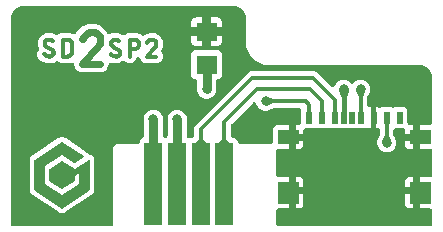
<source format=gbr>
G04 EAGLE Gerber RS-274X export*
G75*
%MOMM*%
%FSLAX34Y34*%
%LPD*%
%INTop Copper*%
%IPPOS*%
%AMOC8*
5,1,8,0,0,1.08239X$1,22.5*%
G01*
%ADD10C,0.355600*%
%ADD11C,0.558800*%
%ADD12R,0.500000X1.000000*%
%ADD13R,1.050000X1.200000*%
%ADD14R,1.500000X7.000000*%
%ADD15R,1.800000X1.600000*%
%ADD16C,0.800000*%
%ADD17C,0.800000*%
%ADD18C,0.304800*%
%ADD19C,0.406400*%
%ADD20C,0.609600*%

G36*
X89030Y4004D02*
X89030Y4004D01*
X89060Y4002D01*
X89229Y4024D01*
X89397Y4041D01*
X89426Y4050D01*
X89456Y4054D01*
X89617Y4109D01*
X89779Y4159D01*
X89806Y4173D01*
X89834Y4183D01*
X89980Y4269D01*
X90129Y4350D01*
X90153Y4370D01*
X90179Y4385D01*
X90305Y4498D01*
X90435Y4608D01*
X90454Y4631D01*
X90476Y4652D01*
X90577Y4788D01*
X90683Y4921D01*
X90697Y4948D01*
X90715Y4972D01*
X90787Y5125D01*
X90864Y5277D01*
X90872Y5306D01*
X90885Y5333D01*
X90925Y5499D01*
X90970Y5662D01*
X90973Y5692D01*
X90980Y5721D01*
X90999Y6000D01*
X90999Y71657D01*
X93343Y74001D01*
X111500Y74001D01*
X111530Y74004D01*
X111560Y74002D01*
X111729Y74024D01*
X111897Y74041D01*
X111926Y74050D01*
X111956Y74054D01*
X112117Y74109D01*
X112279Y74159D01*
X112306Y74173D01*
X112334Y74183D01*
X112480Y74269D01*
X112629Y74350D01*
X112653Y74370D01*
X112679Y74385D01*
X112805Y74498D01*
X112935Y74608D01*
X112954Y74631D01*
X112976Y74652D01*
X113077Y74788D01*
X113183Y74921D01*
X113197Y74948D01*
X113215Y74972D01*
X113287Y75125D01*
X113364Y75277D01*
X113372Y75306D01*
X113385Y75333D01*
X113425Y75499D01*
X113470Y75662D01*
X113473Y75692D01*
X113480Y75721D01*
X113499Y76000D01*
X113499Y76657D01*
X116414Y79572D01*
X116442Y79607D01*
X116476Y79637D01*
X116568Y79761D01*
X116667Y79881D01*
X116688Y79921D01*
X116715Y79957D01*
X116781Y80097D01*
X116853Y80234D01*
X116866Y80278D01*
X116885Y80319D01*
X116922Y80469D01*
X116965Y80617D01*
X116969Y80663D01*
X116980Y80707D01*
X116999Y80985D01*
X116999Y96591D01*
X118217Y99532D01*
X120468Y101783D01*
X123409Y103001D01*
X126591Y103001D01*
X129532Y101783D01*
X131783Y99532D01*
X133001Y96591D01*
X133001Y80985D01*
X133005Y80940D01*
X133003Y80895D01*
X133025Y80742D01*
X133041Y80588D01*
X133054Y80545D01*
X133061Y80500D01*
X133113Y80354D01*
X133159Y80206D01*
X133180Y80166D01*
X133196Y80124D01*
X133276Y79992D01*
X133350Y79856D01*
X133380Y79821D01*
X133403Y79782D01*
X133586Y79572D01*
X133598Y79562D01*
X133608Y79550D01*
X133752Y79436D01*
X133896Y79319D01*
X133909Y79312D01*
X133921Y79302D01*
X134086Y79218D01*
X134249Y79132D01*
X134263Y79128D01*
X134277Y79121D01*
X134455Y79072D01*
X134632Y79020D01*
X134647Y79019D01*
X134662Y79015D01*
X134845Y79002D01*
X135030Y78986D01*
X135045Y78988D01*
X135060Y78987D01*
X135244Y79011D01*
X135427Y79032D01*
X135441Y79037D01*
X135456Y79039D01*
X135631Y79099D01*
X135807Y79156D01*
X135820Y79163D01*
X135834Y79168D01*
X135994Y79262D01*
X136154Y79353D01*
X136166Y79363D01*
X136179Y79370D01*
X136316Y79494D01*
X136456Y79615D01*
X136465Y79627D01*
X136476Y79637D01*
X136586Y79785D01*
X136699Y79932D01*
X136706Y79945D01*
X136715Y79957D01*
X136793Y80124D01*
X136875Y80290D01*
X136878Y80305D01*
X136885Y80319D01*
X136929Y80499D01*
X136975Y80677D01*
X136976Y80692D01*
X136980Y80707D01*
X136999Y80985D01*
X136999Y96591D01*
X138217Y99532D01*
X140468Y101783D01*
X143409Y103001D01*
X146591Y103001D01*
X149532Y101783D01*
X151783Y99532D01*
X153001Y96591D01*
X153001Y80985D01*
X153002Y80970D01*
X153001Y80955D01*
X153022Y80771D01*
X153041Y80588D01*
X153045Y80573D01*
X153047Y80558D01*
X153104Y80383D01*
X153159Y80206D01*
X153166Y80193D01*
X153171Y80179D01*
X153261Y80019D01*
X153350Y79856D01*
X153360Y79844D01*
X153368Y79831D01*
X153489Y79692D01*
X153608Y79550D01*
X153620Y79541D01*
X153630Y79530D01*
X153776Y79417D01*
X153921Y79302D01*
X153934Y79295D01*
X153946Y79286D01*
X154112Y79205D01*
X154277Y79121D01*
X154291Y79117D01*
X154305Y79111D01*
X154484Y79064D01*
X154662Y79015D01*
X154677Y79014D01*
X154692Y79010D01*
X154875Y79000D01*
X155060Y78987D01*
X155075Y78989D01*
X155090Y78988D01*
X155177Y79001D01*
X157476Y79001D01*
X157506Y79004D01*
X157536Y79002D01*
X157705Y79024D01*
X157873Y79041D01*
X157902Y79050D01*
X157932Y79054D01*
X158093Y79109D01*
X158255Y79159D01*
X158282Y79173D01*
X158310Y79183D01*
X158456Y79269D01*
X158605Y79350D01*
X158629Y79370D01*
X158655Y79385D01*
X158781Y79498D01*
X158911Y79608D01*
X158930Y79631D01*
X158952Y79652D01*
X159053Y79788D01*
X159159Y79921D01*
X159173Y79948D01*
X159191Y79972D01*
X159263Y80125D01*
X159340Y80277D01*
X159348Y80306D01*
X159361Y80333D01*
X159401Y80499D01*
X159446Y80662D01*
X159449Y80692D01*
X159456Y80721D01*
X159475Y81000D01*
X159475Y87349D01*
X160316Y89380D01*
X203785Y132848D01*
X205620Y134684D01*
X207651Y135525D01*
X261099Y135525D01*
X263130Y134684D01*
X275363Y122450D01*
X275380Y122436D01*
X275395Y122419D01*
X275535Y122309D01*
X275672Y122197D01*
X275692Y122187D01*
X275710Y122173D01*
X275869Y122094D01*
X276025Y122011D01*
X276047Y122005D01*
X276068Y121995D01*
X276239Y121949D01*
X276409Y121899D01*
X276431Y121897D01*
X276453Y121891D01*
X276630Y121880D01*
X276807Y121865D01*
X276829Y121867D01*
X276852Y121866D01*
X277028Y121890D01*
X277204Y121911D01*
X277225Y121918D01*
X277248Y121921D01*
X277415Y121980D01*
X277583Y122035D01*
X277603Y122046D01*
X277624Y122053D01*
X277777Y122144D01*
X277931Y122232D01*
X277948Y122246D01*
X277967Y122258D01*
X278098Y122377D01*
X278232Y122494D01*
X278246Y122512D01*
X278263Y122527D01*
X278367Y122669D01*
X278476Y122810D01*
X278486Y122831D01*
X278499Y122849D01*
X278624Y123099D01*
X279217Y124532D01*
X281468Y126783D01*
X284409Y128001D01*
X287591Y128001D01*
X290532Y126783D01*
X291836Y125478D01*
X291860Y125459D01*
X291880Y125436D01*
X292014Y125333D01*
X292146Y125226D01*
X292172Y125211D01*
X292196Y125193D01*
X292349Y125119D01*
X292499Y125039D01*
X292528Y125031D01*
X292555Y125018D01*
X292719Y124975D01*
X292882Y124927D01*
X292912Y124924D01*
X292942Y124917D01*
X293110Y124908D01*
X293280Y124893D01*
X293310Y124897D01*
X293340Y124895D01*
X293508Y124919D01*
X293677Y124939D01*
X293706Y124948D01*
X293736Y124953D01*
X293895Y125010D01*
X294057Y125063D01*
X294083Y125078D01*
X294112Y125088D01*
X294256Y125176D01*
X294404Y125260D01*
X294427Y125280D01*
X294453Y125295D01*
X294664Y125478D01*
X295968Y126783D01*
X298909Y128001D01*
X302091Y128001D01*
X305032Y126783D01*
X307283Y124532D01*
X308501Y121591D01*
X308501Y118409D01*
X308383Y118125D01*
X308378Y118106D01*
X308368Y118088D01*
X308320Y117915D01*
X308282Y117790D01*
X307957Y117071D01*
X307855Y116846D01*
X307847Y116822D01*
X307829Y116786D01*
X307252Y115395D01*
X307191Y115320D01*
X307182Y115302D01*
X307170Y115286D01*
X307037Y115041D01*
X306203Y113200D01*
X306176Y113119D01*
X306139Y113042D01*
X306112Y112930D01*
X306075Y112822D01*
X306065Y112737D01*
X306044Y112654D01*
X306032Y112477D01*
X306025Y112425D01*
X306027Y112405D01*
X306025Y112375D01*
X306025Y107023D01*
X306027Y106997D01*
X306025Y106971D01*
X306047Y106798D01*
X306065Y106626D01*
X306072Y106601D01*
X306076Y106574D01*
X306131Y106410D01*
X306183Y106244D01*
X306195Y106221D01*
X306204Y106196D01*
X306291Y106047D01*
X306374Y105894D01*
X306391Y105874D01*
X306405Y105851D01*
X306520Y105721D01*
X306632Y105589D01*
X306653Y105572D01*
X306670Y105552D01*
X306809Y105448D01*
X306945Y105340D01*
X306968Y105328D01*
X306990Y105313D01*
X307146Y105238D01*
X307301Y105159D01*
X307326Y105152D01*
X307350Y105141D01*
X307519Y105099D01*
X307686Y105053D01*
X307712Y105051D01*
X307738Y105045D01*
X307912Y105037D01*
X308084Y105025D01*
X308111Y105028D01*
X308137Y105027D01*
X308414Y105063D01*
X308606Y105101D01*
X309501Y105101D01*
X309501Y96100D01*
X309501Y87099D01*
X308606Y87099D01*
X307833Y87253D01*
X306930Y87627D01*
X306894Y87638D01*
X306860Y87655D01*
X306703Y87695D01*
X306548Y87742D01*
X306510Y87746D01*
X306474Y87755D01*
X306312Y87764D01*
X306150Y87779D01*
X306112Y87775D01*
X306075Y87777D01*
X305914Y87754D01*
X305753Y87736D01*
X305717Y87725D01*
X305679Y87719D01*
X305527Y87664D01*
X305372Y87615D01*
X305339Y87597D01*
X305304Y87584D01*
X305165Y87500D01*
X305023Y87421D01*
X304994Y87396D01*
X304962Y87377D01*
X304751Y87194D01*
X304657Y87099D01*
X274333Y87099D01*
X274236Y87174D01*
X274104Y87281D01*
X274078Y87295D01*
X274054Y87314D01*
X273901Y87389D01*
X273751Y87468D01*
X273722Y87476D01*
X273695Y87489D01*
X273530Y87532D01*
X273368Y87580D01*
X273338Y87582D01*
X273308Y87590D01*
X273139Y87599D01*
X272970Y87614D01*
X272940Y87610D01*
X272909Y87612D01*
X272742Y87587D01*
X272573Y87568D01*
X272544Y87558D01*
X272514Y87554D01*
X272355Y87497D01*
X272193Y87444D01*
X272167Y87429D01*
X272138Y87419D01*
X271993Y87331D01*
X271846Y87247D01*
X271823Y87227D01*
X271797Y87212D01*
X271668Y87099D01*
X263333Y87099D01*
X263236Y87174D01*
X263104Y87281D01*
X263078Y87295D01*
X263054Y87314D01*
X262901Y87389D01*
X262751Y87468D01*
X262722Y87476D01*
X262695Y87489D01*
X262530Y87532D01*
X262368Y87580D01*
X262338Y87582D01*
X262308Y87590D01*
X262139Y87599D01*
X261970Y87614D01*
X261940Y87610D01*
X261909Y87612D01*
X261742Y87587D01*
X261573Y87568D01*
X261544Y87558D01*
X261514Y87554D01*
X261355Y87497D01*
X261193Y87444D01*
X261167Y87429D01*
X261138Y87419D01*
X260993Y87331D01*
X260846Y87247D01*
X260823Y87227D01*
X260797Y87212D01*
X260668Y87099D01*
X254000Y87099D01*
X253970Y87096D01*
X253940Y87098D01*
X253771Y87076D01*
X253603Y87059D01*
X253574Y87050D01*
X253544Y87046D01*
X253383Y86991D01*
X253221Y86941D01*
X253194Y86927D01*
X253166Y86917D01*
X253020Y86831D01*
X252871Y86750D01*
X252847Y86730D01*
X252821Y86715D01*
X252695Y86602D01*
X252565Y86492D01*
X252546Y86469D01*
X252524Y86448D01*
X252423Y86312D01*
X252317Y86179D01*
X252303Y86152D01*
X252285Y86128D01*
X252213Y85975D01*
X252136Y85823D01*
X252128Y85794D01*
X252115Y85767D01*
X252075Y85601D01*
X252030Y85438D01*
X252027Y85408D01*
X252020Y85379D01*
X252001Y85100D01*
X252001Y72343D01*
X249657Y69999D01*
X231000Y69999D01*
X230970Y69996D01*
X230940Y69998D01*
X230771Y69976D01*
X230603Y69959D01*
X230574Y69950D01*
X230544Y69946D01*
X230383Y69891D01*
X230221Y69841D01*
X230194Y69827D01*
X230166Y69817D01*
X230020Y69731D01*
X229871Y69650D01*
X229847Y69630D01*
X229821Y69615D01*
X229695Y69502D01*
X229565Y69392D01*
X229546Y69369D01*
X229524Y69348D01*
X229423Y69212D01*
X229317Y69079D01*
X229303Y69052D01*
X229285Y69028D01*
X229213Y68875D01*
X229136Y68723D01*
X229128Y68694D01*
X229115Y68667D01*
X229075Y68501D01*
X229030Y68338D01*
X229027Y68308D01*
X229020Y68279D01*
X229001Y68000D01*
X229001Y47500D01*
X229004Y47470D01*
X229002Y47440D01*
X229024Y47271D01*
X229041Y47103D01*
X229050Y47074D01*
X229054Y47044D01*
X229109Y46883D01*
X229159Y46721D01*
X229173Y46694D01*
X229183Y46666D01*
X229269Y46520D01*
X229350Y46371D01*
X229370Y46347D01*
X229385Y46321D01*
X229498Y46195D01*
X229608Y46065D01*
X229631Y46046D01*
X229652Y46024D01*
X229788Y45923D01*
X229921Y45817D01*
X229948Y45803D01*
X229972Y45785D01*
X230125Y45713D01*
X230277Y45636D01*
X230306Y45628D01*
X230333Y45615D01*
X230499Y45575D01*
X230662Y45530D01*
X230692Y45527D01*
X230721Y45520D01*
X231000Y45501D01*
X249657Y45501D01*
X252001Y43157D01*
X252001Y21593D01*
X249657Y19249D01*
X231000Y19249D01*
X230970Y19246D01*
X230940Y19248D01*
X230771Y19226D01*
X230603Y19209D01*
X230574Y19200D01*
X230544Y19196D01*
X230383Y19141D01*
X230221Y19091D01*
X230194Y19077D01*
X230166Y19067D01*
X230020Y18981D01*
X229871Y18900D01*
X229847Y18880D01*
X229821Y18865D01*
X229695Y18752D01*
X229565Y18642D01*
X229546Y18619D01*
X229524Y18598D01*
X229423Y18462D01*
X229317Y18329D01*
X229303Y18302D01*
X229285Y18278D01*
X229213Y18125D01*
X229136Y17973D01*
X229128Y17944D01*
X229115Y17917D01*
X229075Y17751D01*
X229030Y17588D01*
X229027Y17558D01*
X229020Y17529D01*
X229001Y17250D01*
X229001Y6000D01*
X229004Y5970D01*
X229002Y5940D01*
X229024Y5771D01*
X229041Y5603D01*
X229050Y5574D01*
X229054Y5544D01*
X229109Y5383D01*
X229159Y5221D01*
X229173Y5194D01*
X229183Y5166D01*
X229269Y5020D01*
X229350Y4871D01*
X229370Y4847D01*
X229385Y4821D01*
X229498Y4695D01*
X229608Y4565D01*
X229631Y4546D01*
X229652Y4524D01*
X229788Y4423D01*
X229921Y4317D01*
X229948Y4303D01*
X229972Y4285D01*
X230125Y4213D01*
X230277Y4136D01*
X230306Y4128D01*
X230333Y4115D01*
X230499Y4075D01*
X230662Y4030D01*
X230692Y4027D01*
X230721Y4020D01*
X231000Y4001D01*
X359000Y4001D01*
X359030Y4004D01*
X359060Y4002D01*
X359229Y4024D01*
X359397Y4041D01*
X359426Y4050D01*
X359456Y4054D01*
X359617Y4109D01*
X359779Y4159D01*
X359806Y4173D01*
X359834Y4183D01*
X359980Y4269D01*
X360129Y4350D01*
X360153Y4370D01*
X360179Y4385D01*
X360305Y4498D01*
X360435Y4608D01*
X360454Y4631D01*
X360476Y4652D01*
X360577Y4788D01*
X360683Y4921D01*
X360697Y4948D01*
X360715Y4972D01*
X360787Y5125D01*
X360864Y5277D01*
X360872Y5306D01*
X360885Y5333D01*
X360925Y5499D01*
X360970Y5662D01*
X360973Y5692D01*
X360980Y5721D01*
X360999Y6000D01*
X360999Y17250D01*
X360996Y17280D01*
X360998Y17310D01*
X360976Y17479D01*
X360959Y17647D01*
X360950Y17676D01*
X360946Y17706D01*
X360891Y17867D01*
X360841Y18029D01*
X360827Y18056D01*
X360817Y18084D01*
X360731Y18230D01*
X360650Y18379D01*
X360630Y18403D01*
X360615Y18429D01*
X360502Y18555D01*
X360392Y18685D01*
X360369Y18704D01*
X360348Y18726D01*
X360212Y18827D01*
X360079Y18933D01*
X360052Y18947D01*
X360028Y18965D01*
X359875Y19037D01*
X359723Y19114D01*
X359694Y19122D01*
X359667Y19135D01*
X359501Y19175D01*
X359338Y19220D01*
X359308Y19223D01*
X359279Y19230D01*
X359000Y19249D01*
X340343Y19249D01*
X337999Y21593D01*
X337999Y43157D01*
X340343Y45501D01*
X359000Y45501D01*
X359030Y45504D01*
X359060Y45502D01*
X359229Y45524D01*
X359397Y45541D01*
X359426Y45550D01*
X359456Y45554D01*
X359617Y45609D01*
X359779Y45659D01*
X359806Y45673D01*
X359834Y45683D01*
X359980Y45769D01*
X360129Y45850D01*
X360153Y45870D01*
X360179Y45885D01*
X360305Y45998D01*
X360435Y46108D01*
X360454Y46131D01*
X360476Y46152D01*
X360577Y46288D01*
X360683Y46421D01*
X360697Y46448D01*
X360715Y46472D01*
X360787Y46625D01*
X360864Y46777D01*
X360872Y46806D01*
X360885Y46833D01*
X360925Y46999D01*
X360970Y47162D01*
X360973Y47192D01*
X360980Y47221D01*
X360999Y47500D01*
X360999Y68000D01*
X360997Y68021D01*
X360998Y68037D01*
X360997Y68045D01*
X360998Y68060D01*
X360976Y68229D01*
X360959Y68397D01*
X360950Y68426D01*
X360946Y68456D01*
X360891Y68617D01*
X360841Y68779D01*
X360827Y68806D01*
X360817Y68834D01*
X360731Y68980D01*
X360650Y69129D01*
X360630Y69153D01*
X360615Y69179D01*
X360502Y69305D01*
X360392Y69435D01*
X360369Y69454D01*
X360348Y69476D01*
X360212Y69577D01*
X360079Y69683D01*
X360052Y69697D01*
X360028Y69715D01*
X359875Y69787D01*
X359723Y69864D01*
X359694Y69872D01*
X359667Y69885D01*
X359501Y69925D01*
X359338Y69970D01*
X359308Y69973D01*
X359279Y69980D01*
X359000Y69999D01*
X340343Y69999D01*
X337999Y72343D01*
X337999Y85100D01*
X337996Y85130D01*
X337998Y85160D01*
X337976Y85329D01*
X337959Y85497D01*
X337950Y85526D01*
X337946Y85556D01*
X337891Y85717D01*
X337841Y85879D01*
X337827Y85906D01*
X337817Y85934D01*
X337731Y86080D01*
X337650Y86229D01*
X337630Y86253D01*
X337615Y86279D01*
X337502Y86405D01*
X337392Y86535D01*
X337369Y86554D01*
X337348Y86576D01*
X337212Y86677D01*
X337079Y86783D01*
X337052Y86797D01*
X337028Y86815D01*
X336875Y86887D01*
X336723Y86964D01*
X336694Y86972D01*
X336667Y86985D01*
X336501Y87025D01*
X336338Y87070D01*
X336308Y87073D01*
X336279Y87080D01*
X336000Y87099D01*
X330024Y87099D01*
X329994Y87096D01*
X329964Y87098D01*
X329795Y87076D01*
X329627Y87059D01*
X329598Y87050D01*
X329568Y87046D01*
X329407Y86991D01*
X329245Y86941D01*
X329218Y86927D01*
X329190Y86917D01*
X329044Y86831D01*
X328895Y86750D01*
X328871Y86730D01*
X328845Y86715D01*
X328719Y86602D01*
X328589Y86492D01*
X328570Y86469D01*
X328548Y86448D01*
X328447Y86312D01*
X328341Y86179D01*
X328327Y86152D01*
X328309Y86128D01*
X328237Y85975D01*
X328160Y85823D01*
X328152Y85794D01*
X328139Y85767D01*
X328099Y85601D01*
X328054Y85438D01*
X328051Y85408D01*
X328044Y85379D01*
X328025Y85100D01*
X328025Y82625D01*
X328033Y82540D01*
X328032Y82454D01*
X328053Y82342D01*
X328065Y82227D01*
X328090Y82146D01*
X328106Y82062D01*
X328167Y81896D01*
X328183Y81846D01*
X328192Y81828D01*
X328203Y81800D01*
X329037Y79959D01*
X329047Y79942D01*
X329054Y79923D01*
X329147Y79770D01*
X329237Y79614D01*
X329251Y79598D01*
X329261Y79581D01*
X329264Y79578D01*
X329829Y78213D01*
X329841Y78191D01*
X329855Y78153D01*
X330280Y77214D01*
X330285Y77179D01*
X330292Y77159D01*
X330295Y77139D01*
X330383Y76875D01*
X330501Y76591D01*
X330501Y73409D01*
X329283Y70468D01*
X327032Y68217D01*
X324091Y66999D01*
X320909Y66999D01*
X317968Y68217D01*
X315717Y70468D01*
X314499Y73409D01*
X314499Y76591D01*
X314617Y76875D01*
X314622Y76894D01*
X314632Y76912D01*
X314680Y77085D01*
X314718Y77210D01*
X315145Y78154D01*
X315153Y78178D01*
X315171Y78214D01*
X315748Y79605D01*
X315808Y79680D01*
X315818Y79698D01*
X315830Y79714D01*
X315963Y79959D01*
X316797Y81800D01*
X316824Y81881D01*
X316861Y81958D01*
X316888Y82070D01*
X316925Y82178D01*
X316935Y82263D01*
X316956Y82346D01*
X316968Y82523D01*
X316975Y82575D01*
X316973Y82595D01*
X316975Y82625D01*
X316975Y85177D01*
X316973Y85203D01*
X316975Y85229D01*
X316953Y85402D01*
X316935Y85574D01*
X316928Y85599D01*
X316924Y85626D01*
X316869Y85790D01*
X316817Y85956D01*
X316805Y85979D01*
X316796Y86004D01*
X316709Y86153D01*
X316626Y86306D01*
X316609Y86326D01*
X316595Y86349D01*
X316480Y86479D01*
X316368Y86611D01*
X316347Y86628D01*
X316330Y86648D01*
X316191Y86752D01*
X316055Y86860D01*
X316032Y86872D01*
X316010Y86887D01*
X315854Y86962D01*
X315699Y87041D01*
X315674Y87048D01*
X315650Y87059D01*
X315481Y87101D01*
X315314Y87147D01*
X315288Y87149D01*
X315262Y87155D01*
X315088Y87163D01*
X314916Y87175D01*
X314889Y87172D01*
X314863Y87173D01*
X314586Y87137D01*
X314394Y87099D01*
X313499Y87099D01*
X313499Y96100D01*
X313499Y105101D01*
X314394Y105101D01*
X315167Y104947D01*
X316070Y104573D01*
X316106Y104562D01*
X316140Y104545D01*
X316297Y104505D01*
X316452Y104458D01*
X316490Y104454D01*
X316526Y104445D01*
X316688Y104436D01*
X316850Y104421D01*
X316888Y104425D01*
X316925Y104423D01*
X317086Y104446D01*
X317247Y104464D01*
X317283Y104475D01*
X317321Y104481D01*
X317473Y104536D01*
X317628Y104585D01*
X317661Y104603D01*
X317696Y104616D01*
X317835Y104700D01*
X317977Y104779D01*
X318006Y104804D01*
X318038Y104823D01*
X318249Y105006D01*
X318343Y105101D01*
X326667Y105101D01*
X326764Y105026D01*
X326895Y104919D01*
X326922Y104905D01*
X326946Y104886D01*
X327099Y104812D01*
X327249Y104733D01*
X327278Y104724D01*
X327305Y104711D01*
X327469Y104668D01*
X327632Y104620D01*
X327662Y104618D01*
X327692Y104610D01*
X327860Y104601D01*
X328030Y104586D01*
X328060Y104590D01*
X328090Y104588D01*
X328258Y104613D01*
X328427Y104632D01*
X328456Y104642D01*
X328486Y104646D01*
X328645Y104703D01*
X328807Y104756D01*
X328833Y104771D01*
X328861Y104781D01*
X329007Y104869D01*
X329154Y104953D01*
X329177Y104973D01*
X329203Y104988D01*
X329332Y105101D01*
X337657Y105101D01*
X340001Y102757D01*
X340001Y92000D01*
X340004Y91970D01*
X340002Y91940D01*
X340024Y91771D01*
X340041Y91603D01*
X340050Y91574D01*
X340054Y91544D01*
X340109Y91383D01*
X340159Y91221D01*
X340173Y91194D01*
X340183Y91166D01*
X340269Y91020D01*
X340350Y90871D01*
X340370Y90847D01*
X340385Y90821D01*
X340498Y90695D01*
X340608Y90565D01*
X340631Y90546D01*
X340652Y90524D01*
X340788Y90423D01*
X340921Y90317D01*
X340948Y90303D01*
X340972Y90285D01*
X341125Y90213D01*
X341277Y90136D01*
X341306Y90128D01*
X341333Y90115D01*
X341499Y90075D01*
X341662Y90030D01*
X341692Y90027D01*
X341721Y90020D01*
X342000Y90001D01*
X359000Y90001D01*
X359030Y90004D01*
X359060Y90002D01*
X359229Y90024D01*
X359397Y90041D01*
X359426Y90050D01*
X359456Y90054D01*
X359617Y90109D01*
X359779Y90159D01*
X359806Y90173D01*
X359834Y90183D01*
X359980Y90269D01*
X360129Y90350D01*
X360153Y90370D01*
X360179Y90385D01*
X360305Y90498D01*
X360435Y90608D01*
X360454Y90631D01*
X360476Y90652D01*
X360577Y90788D01*
X360683Y90921D01*
X360697Y90948D01*
X360715Y90972D01*
X360787Y91125D01*
X360864Y91277D01*
X360872Y91306D01*
X360885Y91333D01*
X360925Y91499D01*
X360970Y91662D01*
X360973Y91692D01*
X360980Y91721D01*
X360999Y92000D01*
X360999Y130000D01*
X360998Y130011D01*
X360998Y130014D01*
X360996Y130029D01*
X360994Y130057D01*
X360990Y130196D01*
X360817Y131952D01*
X360786Y132103D01*
X360763Y132256D01*
X360745Y132310D01*
X360738Y132343D01*
X360716Y132396D01*
X360674Y132521D01*
X359330Y135765D01*
X359305Y135812D01*
X359287Y135862D01*
X359211Y135988D01*
X359141Y136117D01*
X359108Y136158D01*
X359080Y136203D01*
X358897Y136414D01*
X356414Y138897D01*
X356373Y138930D01*
X356337Y138970D01*
X356219Y139057D01*
X356105Y139150D01*
X356058Y139174D01*
X356015Y139206D01*
X355765Y139330D01*
X352521Y140674D01*
X352373Y140719D01*
X352227Y140770D01*
X352171Y140779D01*
X352138Y140789D01*
X352082Y140795D01*
X351952Y140817D01*
X350196Y140990D01*
X350139Y140990D01*
X350000Y140999D01*
X218721Y140999D01*
X211737Y143892D01*
X206392Y149237D01*
X203499Y156221D01*
X203499Y180000D01*
X203494Y180057D01*
X203490Y180196D01*
X203317Y181952D01*
X203286Y182103D01*
X203263Y182256D01*
X203245Y182310D01*
X203238Y182343D01*
X203216Y182396D01*
X203174Y182521D01*
X201830Y185765D01*
X201805Y185812D01*
X201787Y185862D01*
X201711Y185988D01*
X201641Y186117D01*
X201608Y186158D01*
X201580Y186203D01*
X201397Y186414D01*
X198914Y188897D01*
X198873Y188930D01*
X198837Y188970D01*
X198719Y189057D01*
X198605Y189150D01*
X198558Y189174D01*
X198515Y189206D01*
X198265Y189330D01*
X195021Y190674D01*
X194873Y190719D01*
X194727Y190770D01*
X194671Y190779D01*
X194638Y190789D01*
X194582Y190795D01*
X194452Y190817D01*
X192696Y190990D01*
X192639Y190990D01*
X192500Y190999D01*
X15000Y190999D01*
X14943Y190994D01*
X14804Y190990D01*
X13048Y190817D01*
X12897Y190786D01*
X12744Y190763D01*
X12690Y190745D01*
X12657Y190738D01*
X12604Y190716D01*
X12479Y190674D01*
X9235Y189330D01*
X9188Y189305D01*
X9138Y189287D01*
X9012Y189211D01*
X8883Y189141D01*
X8842Y189108D01*
X8797Y189080D01*
X8586Y188897D01*
X6103Y186414D01*
X6070Y186373D01*
X6030Y186337D01*
X5943Y186219D01*
X5850Y186105D01*
X5826Y186058D01*
X5794Y186015D01*
X5670Y185765D01*
X4326Y182521D01*
X4281Y182373D01*
X4230Y182227D01*
X4221Y182171D01*
X4211Y182138D01*
X4205Y182082D01*
X4183Y181952D01*
X4010Y180196D01*
X4010Y180139D01*
X4001Y180000D01*
X4001Y6000D01*
X4004Y5970D01*
X4002Y5940D01*
X4024Y5771D01*
X4041Y5603D01*
X4050Y5574D01*
X4054Y5544D01*
X4109Y5383D01*
X4159Y5221D01*
X4173Y5194D01*
X4183Y5166D01*
X4269Y5020D01*
X4350Y4871D01*
X4370Y4847D01*
X4385Y4821D01*
X4498Y4695D01*
X4608Y4565D01*
X4631Y4546D01*
X4652Y4524D01*
X4788Y4423D01*
X4921Y4317D01*
X4948Y4303D01*
X4972Y4285D01*
X5125Y4213D01*
X5277Y4136D01*
X5306Y4128D01*
X5333Y4115D01*
X5499Y4075D01*
X5662Y4030D01*
X5692Y4027D01*
X5721Y4020D01*
X6000Y4001D01*
X89000Y4001D01*
X89030Y4004D01*
G37*
%LPC*%
G36*
X63949Y134439D02*
X63949Y134439D01*
X63782Y134480D01*
X63748Y134482D01*
X63726Y134487D01*
X63673Y134487D01*
X63540Y134497D01*
X62614Y134880D01*
X62563Y134896D01*
X62462Y134936D01*
X61505Y135245D01*
X61397Y135319D01*
X61258Y135421D01*
X61228Y135436D01*
X61210Y135449D01*
X61160Y135470D01*
X61041Y135529D01*
X60333Y136238D01*
X60291Y136271D01*
X60214Y136347D01*
X59447Y136999D01*
X59376Y137110D01*
X59287Y137256D01*
X59264Y137282D01*
X59252Y137300D01*
X59215Y137339D01*
X59128Y137439D01*
X58744Y138365D01*
X58719Y138412D01*
X58677Y138511D01*
X58217Y139407D01*
X58194Y139536D01*
X58168Y139706D01*
X58157Y139738D01*
X58153Y139760D01*
X58133Y139810D01*
X58091Y139936D01*
X58091Y140586D01*
X58076Y140739D01*
X58067Y140892D01*
X58056Y140937D01*
X58051Y140983D01*
X58006Y141130D01*
X57967Y141278D01*
X57947Y141320D01*
X57933Y141365D01*
X57859Y141500D01*
X57792Y141637D01*
X57764Y141674D01*
X57741Y141715D01*
X57643Y141832D01*
X57549Y141954D01*
X57514Y141985D01*
X57484Y142021D01*
X57364Y142116D01*
X57248Y142217D01*
X57207Y142240D01*
X57171Y142269D01*
X57034Y142338D01*
X56901Y142414D01*
X56856Y142429D01*
X56815Y142450D01*
X56667Y142491D01*
X56521Y142539D01*
X56475Y142544D01*
X56430Y142556D01*
X56277Y142567D01*
X56124Y142585D01*
X56078Y142581D01*
X56031Y142584D01*
X55879Y142564D01*
X55726Y142552D01*
X55682Y142539D01*
X55635Y142532D01*
X55490Y142483D01*
X55343Y142440D01*
X55291Y142414D01*
X55257Y142403D01*
X55209Y142374D01*
X55092Y142317D01*
X54731Y142109D01*
X52546Y142109D01*
X47024Y142109D01*
X44900Y142989D01*
X44631Y143258D01*
X44501Y143364D01*
X44374Y143475D01*
X44347Y143490D01*
X44322Y143510D01*
X44173Y143589D01*
X44027Y143672D01*
X43997Y143682D01*
X43969Y143697D01*
X43807Y143744D01*
X43647Y143796D01*
X43616Y143800D01*
X43585Y143809D01*
X43417Y143823D01*
X43250Y143843D01*
X43219Y143840D01*
X43188Y143843D01*
X43020Y143824D01*
X42852Y143810D01*
X42822Y143801D01*
X42791Y143797D01*
X42630Y143745D01*
X42469Y143698D01*
X42434Y143681D01*
X42411Y143673D01*
X42363Y143646D01*
X42218Y143575D01*
X39679Y142109D01*
X35737Y142109D01*
X35736Y142109D01*
X34792Y142109D01*
X30193Y144026D01*
X28439Y145794D01*
X27629Y146611D01*
X26758Y148738D01*
X26768Y151037D01*
X27682Y153219D01*
X27710Y153250D01*
X27726Y153278D01*
X27746Y153302D01*
X27825Y153451D01*
X27909Y153597D01*
X27919Y153627D01*
X27934Y153655D01*
X27982Y153816D01*
X28035Y153976D01*
X28039Y154007D01*
X28048Y154038D01*
X28063Y154205D01*
X28083Y154372D01*
X28081Y154404D01*
X28084Y154435D01*
X28065Y154602D01*
X28052Y154770D01*
X28043Y154801D01*
X28039Y154832D01*
X27988Y154993D01*
X27942Y155154D01*
X27925Y155189D01*
X27917Y155213D01*
X27890Y155261D01*
X27820Y155406D01*
X27158Y156564D01*
X27158Y161346D01*
X29554Y165495D01*
X33703Y167891D01*
X34551Y167891D01*
X36098Y167891D01*
X37998Y167891D01*
X41602Y166689D01*
X41915Y166454D01*
X41991Y166408D01*
X42061Y166354D01*
X42162Y166305D01*
X42257Y166247D01*
X42341Y166218D01*
X42420Y166179D01*
X42528Y166151D01*
X42633Y166113D01*
X42721Y166100D01*
X42807Y166078D01*
X42918Y166072D01*
X43029Y166056D01*
X43117Y166061D01*
X43205Y166056D01*
X43316Y166072D01*
X43428Y166079D01*
X43513Y166101D01*
X43601Y166114D01*
X43706Y166152D01*
X43814Y166180D01*
X43893Y166219D01*
X43976Y166249D01*
X44072Y166307D01*
X44172Y166357D01*
X44242Y166411D01*
X44318Y166457D01*
X44446Y166568D01*
X44488Y166601D01*
X44503Y166617D01*
X44529Y166640D01*
X44900Y167011D01*
X47024Y167891D01*
X54731Y167891D01*
X56568Y166830D01*
X56605Y166814D01*
X56639Y166791D01*
X56787Y166732D01*
X56932Y166666D01*
X56972Y166657D01*
X57010Y166642D01*
X57166Y166613D01*
X57322Y166578D01*
X57363Y166577D01*
X57402Y166569D01*
X57561Y166572D01*
X57721Y166568D01*
X57761Y166575D01*
X57802Y166576D01*
X57957Y166610D01*
X58114Y166639D01*
X58152Y166653D01*
X58192Y166662D01*
X58338Y166727D01*
X58486Y166786D01*
X58520Y166808D01*
X58557Y166824D01*
X58687Y166916D01*
X58821Y167003D01*
X58849Y167032D01*
X58883Y167055D01*
X58992Y167172D01*
X59105Y167284D01*
X59128Y167317D01*
X59156Y167347D01*
X59240Y167483D01*
X59329Y167615D01*
X59344Y167652D01*
X59366Y167687D01*
X59432Y167852D01*
X63881Y172799D01*
X69943Y175501D01*
X75976Y175501D01*
X80992Y173423D01*
X84831Y169584D01*
X85518Y167927D01*
X85594Y167786D01*
X85664Y167641D01*
X85688Y167610D01*
X85707Y167575D01*
X85809Y167452D01*
X85907Y167324D01*
X85937Y167298D01*
X85962Y167268D01*
X86087Y167167D01*
X86208Y167061D01*
X86242Y167042D01*
X86273Y167017D01*
X86416Y166943D01*
X86556Y166864D01*
X86593Y166852D01*
X86628Y166834D01*
X86782Y166790D01*
X86935Y166740D01*
X86974Y166735D01*
X87012Y166724D01*
X87172Y166712D01*
X87332Y166693D01*
X87371Y166696D01*
X87410Y166693D01*
X87570Y166713D01*
X87730Y166727D01*
X87768Y166738D01*
X87806Y166742D01*
X87959Y166793D01*
X88113Y166838D01*
X88157Y166859D01*
X88185Y166869D01*
X88235Y166898D01*
X88364Y166961D01*
X89975Y167891D01*
X90823Y167891D01*
X90824Y167891D01*
X92370Y167891D01*
X94270Y167891D01*
X97874Y166689D01*
X98406Y166290D01*
X98482Y166244D01*
X98552Y166191D01*
X98652Y166141D01*
X98748Y166084D01*
X98831Y166054D01*
X98911Y166015D01*
X99019Y165987D01*
X99124Y165949D01*
X99212Y165937D01*
X99297Y165914D01*
X99409Y165908D01*
X99520Y165892D01*
X99608Y165897D01*
X99696Y165892D01*
X99807Y165909D01*
X99918Y165915D01*
X100004Y165937D01*
X100091Y165950D01*
X100197Y165988D01*
X100305Y166016D01*
X100384Y166055D01*
X100467Y166085D01*
X100563Y166144D01*
X100663Y166193D01*
X100733Y166247D01*
X100809Y166293D01*
X100937Y166404D01*
X100979Y166437D01*
X100994Y166453D01*
X101019Y166476D01*
X101555Y167011D01*
X103678Y167891D01*
X111386Y167891D01*
X115187Y165696D01*
X115206Y165688D01*
X115224Y165675D01*
X115388Y165606D01*
X115551Y165532D01*
X115572Y165528D01*
X115592Y165519D01*
X115766Y165483D01*
X115940Y165444D01*
X115962Y165443D01*
X115983Y165439D01*
X116160Y165439D01*
X116340Y165435D01*
X116361Y165438D01*
X116382Y165438D01*
X116557Y165473D01*
X116733Y165505D01*
X116753Y165513D01*
X116774Y165517D01*
X116938Y165586D01*
X117104Y165652D01*
X117122Y165664D01*
X117142Y165672D01*
X117289Y165772D01*
X117439Y165870D01*
X117454Y165885D01*
X117472Y165897D01*
X117673Y166091D01*
X117680Y166099D01*
X121701Y167891D01*
X126403Y167891D01*
X130735Y165389D01*
X133237Y161057D01*
X133237Y156586D01*
X131879Y153417D01*
X131864Y153369D01*
X131842Y153324D01*
X131804Y153179D01*
X131759Y153036D01*
X131754Y152986D01*
X131741Y152938D01*
X131733Y152788D01*
X131717Y152639D01*
X131722Y152589D01*
X131719Y152539D01*
X131741Y152391D01*
X131755Y152241D01*
X131770Y152193D01*
X131777Y152144D01*
X131828Y152002D01*
X131871Y151859D01*
X131895Y151815D01*
X131912Y151768D01*
X131990Y151639D01*
X132061Y151508D01*
X132093Y151469D01*
X132119Y151427D01*
X132303Y151216D01*
X132357Y151161D01*
X133237Y149037D01*
X133237Y146739D01*
X132357Y144615D01*
X130731Y142989D01*
X128607Y142109D01*
X119871Y142109D01*
X119817Y142104D01*
X119709Y142103D01*
X118852Y142033D01*
X118779Y142049D01*
X118612Y142090D01*
X118578Y142092D01*
X118556Y142097D01*
X118502Y142097D01*
X118421Y142103D01*
X117635Y142429D01*
X117584Y142444D01*
X117483Y142484D01*
X116665Y142748D01*
X116604Y142791D01*
X116465Y142892D01*
X116434Y142908D01*
X116416Y142920D01*
X116367Y142941D01*
X116294Y142978D01*
X115692Y143579D01*
X115651Y143613D01*
X115573Y143689D01*
X114918Y144246D01*
X114877Y144309D01*
X114788Y144456D01*
X114766Y144481D01*
X114754Y144500D01*
X114716Y144538D01*
X114663Y144600D01*
X114337Y145386D01*
X114312Y145433D01*
X114270Y145532D01*
X113939Y146177D01*
X113866Y146289D01*
X113801Y146407D01*
X113758Y146457D01*
X113723Y146512D01*
X113629Y146608D01*
X113542Y146710D01*
X113490Y146751D01*
X113443Y146798D01*
X113333Y146873D01*
X113227Y146956D01*
X113168Y146985D01*
X113113Y147022D01*
X112989Y147074D01*
X112869Y147134D01*
X112806Y147151D01*
X112745Y147177D01*
X112613Y147203D01*
X112483Y147238D01*
X112418Y147242D01*
X112353Y147255D01*
X112219Y147254D01*
X112085Y147263D01*
X112020Y147254D01*
X111954Y147253D01*
X111822Y147226D01*
X111689Y147208D01*
X111627Y147186D01*
X111562Y147173D01*
X111439Y147120D01*
X111312Y147075D01*
X111256Y147042D01*
X111195Y147016D01*
X111085Y146939D01*
X110969Y146871D01*
X110921Y146826D01*
X110866Y146789D01*
X110773Y146692D01*
X110674Y146602D01*
X110635Y146549D01*
X110589Y146501D01*
X110517Y146388D01*
X110438Y146280D01*
X110400Y146204D01*
X110375Y146164D01*
X110356Y146117D01*
X110313Y146030D01*
X109727Y144615D01*
X108101Y142989D01*
X105977Y142109D01*
X103678Y142109D01*
X101555Y142989D01*
X101146Y143398D01*
X101124Y143415D01*
X101115Y143425D01*
X101079Y143452D01*
X101016Y143504D01*
X100889Y143615D01*
X100861Y143630D01*
X100837Y143650D01*
X100688Y143729D01*
X100541Y143812D01*
X100511Y143822D01*
X100484Y143837D01*
X100322Y143884D01*
X100162Y143936D01*
X100131Y143940D01*
X100100Y143949D01*
X99932Y143963D01*
X99765Y143983D01*
X99734Y143980D01*
X99702Y143983D01*
X99534Y143963D01*
X99367Y143949D01*
X99337Y143941D01*
X99305Y143937D01*
X99145Y143885D01*
X98984Y143838D01*
X98949Y143821D01*
X98926Y143813D01*
X98878Y143786D01*
X98733Y143715D01*
X95951Y142109D01*
X92009Y142109D01*
X92008Y142109D01*
X91064Y142109D01*
X89677Y142687D01*
X89654Y142694D01*
X89632Y142706D01*
X89463Y142752D01*
X89295Y142803D01*
X89270Y142806D01*
X89247Y142812D01*
X89072Y142824D01*
X88898Y142841D01*
X88873Y142838D01*
X88848Y142840D01*
X88674Y142817D01*
X88500Y142799D01*
X88477Y142791D01*
X88452Y142788D01*
X88286Y142731D01*
X88119Y142679D01*
X88098Y142667D01*
X88074Y142659D01*
X87923Y142570D01*
X87770Y142485D01*
X87751Y142469D01*
X87730Y142457D01*
X87599Y142340D01*
X87466Y142226D01*
X87451Y142207D01*
X87432Y142190D01*
X87328Y142050D01*
X87220Y141912D01*
X87208Y141890D01*
X87194Y141870D01*
X87119Y141712D01*
X87041Y141555D01*
X87034Y141531D01*
X87024Y141508D01*
X86982Y141338D01*
X86936Y141169D01*
X86935Y141144D01*
X86929Y141120D01*
X86909Y140842D01*
X86909Y139942D01*
X85875Y137445D01*
X83963Y135534D01*
X81466Y134499D01*
X65241Y134499D01*
X65188Y134494D01*
X65080Y134493D01*
X64077Y134411D01*
X63949Y134439D01*
G37*
%LPD*%
%LPC*%
G36*
X46707Y15185D02*
X46707Y15185D01*
X46706Y15185D01*
X46703Y15185D01*
X45824Y15360D01*
X45085Y15854D01*
X45083Y15855D01*
X45081Y15857D01*
X22753Y30742D01*
X22704Y30768D01*
X22659Y30801D01*
X22409Y30926D01*
X22171Y31024D01*
X21993Y31202D01*
X21948Y31239D01*
X21909Y31281D01*
X21688Y31452D01*
X21479Y31592D01*
X21335Y31807D01*
X21299Y31849D01*
X21270Y31897D01*
X21087Y32108D01*
X20904Y32291D01*
X20808Y32523D01*
X20781Y32574D01*
X20761Y32628D01*
X20622Y32870D01*
X20482Y33079D01*
X20432Y33333D01*
X20415Y33386D01*
X20407Y33441D01*
X20318Y33706D01*
X20219Y33945D01*
X20219Y34196D01*
X20214Y34254D01*
X20216Y34312D01*
X20180Y34588D01*
X20131Y34835D01*
X20181Y35089D01*
X20187Y35144D01*
X20200Y35198D01*
X20219Y35477D01*
X20219Y59603D01*
X20214Y59659D01*
X20216Y59714D01*
X20181Y59991D01*
X20131Y60245D01*
X20180Y60492D01*
X20186Y60549D01*
X20200Y60605D01*
X20219Y60884D01*
X20219Y61135D01*
X20318Y61374D01*
X20334Y61427D01*
X20358Y61478D01*
X20432Y61747D01*
X20482Y62001D01*
X20622Y62210D01*
X20649Y62261D01*
X20684Y62307D01*
X20808Y62557D01*
X20904Y62789D01*
X21087Y62972D01*
X21122Y63015D01*
X21164Y63053D01*
X21335Y63273D01*
X21479Y63488D01*
X21688Y63628D01*
X21732Y63664D01*
X21782Y63694D01*
X21993Y63878D01*
X22171Y64056D01*
X22409Y64154D01*
X22458Y64181D01*
X22511Y64200D01*
X22753Y64338D01*
X22761Y64343D01*
X44018Y78515D01*
X44054Y78545D01*
X44060Y78548D01*
X44098Y78571D01*
X44108Y78580D01*
X45084Y79225D01*
X45087Y79227D01*
X45091Y79230D01*
X45836Y79726D01*
X46706Y79895D01*
X46709Y79896D01*
X46713Y79896D01*
X47594Y80071D01*
X48466Y79893D01*
X48469Y79892D01*
X48473Y79891D01*
X49349Y79716D01*
X50090Y79216D01*
X50093Y79214D01*
X50097Y79211D01*
X51107Y78535D01*
X51159Y78494D01*
X68136Y67031D01*
X68141Y67028D01*
X68149Y67023D01*
X68890Y66530D01*
X69380Y65790D01*
X69384Y65785D01*
X69388Y65777D01*
X69491Y65624D01*
X69516Y65595D01*
X69535Y65561D01*
X69643Y65441D01*
X69746Y65317D01*
X69776Y65293D01*
X69802Y65264D01*
X69931Y65167D01*
X70057Y65066D01*
X70091Y65048D01*
X70122Y65025D01*
X70268Y64957D01*
X70412Y64882D01*
X70449Y64871D01*
X70484Y64855D01*
X70640Y64817D01*
X70796Y64772D01*
X70834Y64769D01*
X70872Y64760D01*
X71150Y64741D01*
X71335Y64741D01*
X71584Y64638D01*
X71634Y64622D01*
X71682Y64600D01*
X71951Y64526D01*
X72215Y64472D01*
X72414Y64337D01*
X72468Y64308D01*
X72517Y64272D01*
X72762Y64150D01*
X72766Y64148D01*
X72767Y64148D01*
X72989Y64056D01*
X73180Y63865D01*
X73221Y63832D01*
X73256Y63793D01*
X73476Y63621D01*
X73699Y63470D01*
X73832Y63270D01*
X73871Y63223D01*
X73902Y63170D01*
X74082Y62964D01*
X74084Y62961D01*
X74085Y62960D01*
X74086Y62959D01*
X74256Y62790D01*
X74359Y62540D01*
X74383Y62494D01*
X74401Y62445D01*
X74539Y62202D01*
X74687Y61977D01*
X74733Y61741D01*
X74751Y61683D01*
X74760Y61622D01*
X74847Y61362D01*
X74848Y61359D01*
X74848Y61358D01*
X74849Y61357D01*
X74941Y61135D01*
X74941Y60866D01*
X74946Y60814D01*
X74943Y60761D01*
X74977Y60484D01*
X75029Y60219D01*
X74981Y59984D01*
X74975Y59923D01*
X74960Y59864D01*
X74941Y59590D01*
X74941Y59587D01*
X74941Y59586D01*
X74941Y59585D01*
X74941Y35477D01*
X74946Y35421D01*
X74944Y35366D01*
X74979Y35089D01*
X75029Y34835D01*
X74980Y34588D01*
X74974Y34531D01*
X74960Y34475D01*
X74941Y34196D01*
X74941Y33945D01*
X74842Y33706D01*
X74826Y33653D01*
X74802Y33602D01*
X74728Y33333D01*
X74678Y33079D01*
X74538Y32870D01*
X74511Y32819D01*
X74476Y32773D01*
X74352Y32523D01*
X74256Y32291D01*
X74073Y32108D01*
X74038Y32065D01*
X73996Y32027D01*
X73825Y31807D01*
X73681Y31592D01*
X73472Y31452D01*
X73428Y31416D01*
X73378Y31386D01*
X73167Y31202D01*
X72989Y31024D01*
X72751Y30926D01*
X72702Y30899D01*
X72649Y30880D01*
X72407Y30742D01*
X50083Y15860D01*
X50082Y15858D01*
X50080Y15857D01*
X49336Y15360D01*
X48462Y15186D01*
X48460Y15186D01*
X48458Y15186D01*
X47580Y15010D01*
X46707Y15185D01*
G37*
%LPD*%
G36*
X47596Y19111D02*
X47596Y19111D01*
X47686Y19112D01*
X47695Y19116D01*
X47705Y19117D01*
X47857Y19185D01*
X70717Y34425D01*
X70761Y34468D01*
X70810Y34505D01*
X70830Y34538D01*
X70857Y34566D01*
X70880Y34623D01*
X70912Y34676D01*
X70919Y34720D01*
X70931Y34750D01*
X70930Y34787D01*
X70939Y34840D01*
X70939Y60240D01*
X70928Y60293D01*
X70928Y60347D01*
X70909Y60390D01*
X70900Y60435D01*
X70869Y60480D01*
X70847Y60529D01*
X70813Y60561D01*
X70787Y60599D01*
X70741Y60628D01*
X70702Y60665D01*
X70658Y60681D01*
X70620Y60706D01*
X70566Y60715D01*
X70515Y60734D01*
X70469Y60731D01*
X70423Y60739D01*
X70371Y60726D01*
X70317Y60724D01*
X70267Y60702D01*
X70230Y60693D01*
X70204Y60674D01*
X70165Y60656D01*
X58228Y52757D01*
X47795Y59376D01*
X47703Y59411D01*
X47615Y59446D01*
X47612Y59446D01*
X47610Y59447D01*
X47512Y59444D01*
X47416Y59441D01*
X47414Y59440D01*
X47411Y59440D01*
X47392Y59431D01*
X47263Y59378D01*
X37155Y53043D01*
X37105Y52996D01*
X37050Y52955D01*
X37034Y52928D01*
X37011Y52906D01*
X36983Y52843D01*
X36948Y52784D01*
X36943Y52749D01*
X36932Y52724D01*
X36931Y52682D01*
X36921Y52620D01*
X36921Y42460D01*
X36935Y42389D01*
X36942Y42317D01*
X36955Y42293D01*
X36960Y42265D01*
X37001Y42206D01*
X37035Y42142D01*
X37059Y42121D01*
X37073Y42101D01*
X37109Y42078D01*
X37161Y42033D01*
X47400Y35822D01*
X47488Y35791D01*
X47576Y35757D01*
X47582Y35757D01*
X47587Y35755D01*
X47681Y35760D01*
X47775Y35763D01*
X47781Y35766D01*
X47786Y35766D01*
X47815Y35780D01*
X47928Y35828D01*
X58395Y42512D01*
X58443Y42558D01*
X58497Y42598D01*
X58514Y42627D01*
X58538Y42650D01*
X58564Y42711D01*
X58598Y42769D01*
X58605Y42806D01*
X58616Y42833D01*
X58616Y42873D01*
X58626Y42933D01*
X58626Y46617D01*
X62321Y49135D01*
X62321Y40187D01*
X47580Y30360D01*
X32839Y40187D01*
X32839Y54893D01*
X47581Y64721D01*
X57950Y57882D01*
X57959Y57878D01*
X57966Y57872D01*
X58050Y57841D01*
X58134Y57808D01*
X58144Y57808D01*
X58153Y57804D01*
X58243Y57810D01*
X58333Y57811D01*
X58342Y57815D01*
X58352Y57816D01*
X58503Y57884D01*
X65919Y62872D01*
X65922Y62875D01*
X65925Y62876D01*
X65991Y62945D01*
X66058Y63013D01*
X66060Y63017D01*
X66063Y63020D01*
X66096Y63110D01*
X66131Y63198D01*
X66131Y63202D01*
X66133Y63206D01*
X66129Y63302D01*
X66127Y63397D01*
X66125Y63401D01*
X66125Y63405D01*
X66084Y63492D01*
X66045Y63578D01*
X66042Y63581D01*
X66040Y63585D01*
X65919Y63700D01*
X47859Y75894D01*
X47849Y75898D01*
X47840Y75906D01*
X47757Y75936D01*
X47676Y75970D01*
X47664Y75970D01*
X47654Y75974D01*
X47565Y75969D01*
X47477Y75968D01*
X47466Y75964D01*
X47455Y75963D01*
X47303Y75895D01*
X24443Y60655D01*
X24400Y60612D01*
X24350Y60575D01*
X24330Y60542D01*
X24303Y60514D01*
X24280Y60457D01*
X24248Y60404D01*
X24241Y60360D01*
X24229Y60330D01*
X24230Y60293D01*
X24221Y60240D01*
X24221Y34840D01*
X24233Y34780D01*
X24236Y34718D01*
X24253Y34683D01*
X24260Y34645D01*
X24295Y34594D01*
X24322Y34539D01*
X24354Y34508D01*
X24373Y34481D01*
X24404Y34461D01*
X24443Y34425D01*
X47303Y19185D01*
X47312Y19181D01*
X47320Y19174D01*
X47404Y19143D01*
X47487Y19109D01*
X47497Y19110D01*
X47507Y19106D01*
X47596Y19111D01*
G37*
G36*
X202555Y74000D02*
X202555Y74000D01*
X202600Y73998D01*
X202620Y74001D01*
X224000Y74001D01*
X224030Y74004D01*
X224060Y74002D01*
X224229Y74024D01*
X224397Y74041D01*
X224426Y74050D01*
X224456Y74054D01*
X224617Y74109D01*
X224779Y74159D01*
X224806Y74173D01*
X224834Y74183D01*
X224980Y74269D01*
X225129Y74350D01*
X225153Y74370D01*
X225179Y74385D01*
X225305Y74498D01*
X225435Y74608D01*
X225454Y74631D01*
X225476Y74652D01*
X225577Y74788D01*
X225683Y74921D01*
X225697Y74948D01*
X225715Y74972D01*
X225787Y75125D01*
X225864Y75277D01*
X225872Y75306D01*
X225885Y75333D01*
X225925Y75499D01*
X225970Y75662D01*
X225973Y75692D01*
X225980Y75721D01*
X225999Y76000D01*
X225999Y87657D01*
X228343Y90001D01*
X248000Y90001D01*
X248030Y90004D01*
X248060Y90002D01*
X248229Y90024D01*
X248397Y90041D01*
X248426Y90050D01*
X248456Y90054D01*
X248617Y90109D01*
X248779Y90159D01*
X248806Y90173D01*
X248834Y90183D01*
X248980Y90269D01*
X249129Y90350D01*
X249153Y90370D01*
X249179Y90385D01*
X249305Y90498D01*
X249435Y90608D01*
X249454Y90631D01*
X249476Y90652D01*
X249577Y90788D01*
X249683Y90921D01*
X249697Y90948D01*
X249715Y90972D01*
X249787Y91125D01*
X249864Y91277D01*
X249872Y91306D01*
X249885Y91333D01*
X249925Y91499D01*
X249970Y91662D01*
X249973Y91692D01*
X249980Y91721D01*
X249999Y92000D01*
X249999Y102476D01*
X249996Y102506D01*
X249998Y102536D01*
X249976Y102705D01*
X249959Y102873D01*
X249950Y102902D01*
X249946Y102932D01*
X249891Y103093D01*
X249841Y103255D01*
X249827Y103282D01*
X249817Y103310D01*
X249731Y103456D01*
X249650Y103605D01*
X249630Y103629D01*
X249615Y103655D01*
X249502Y103781D01*
X249392Y103911D01*
X249369Y103930D01*
X249348Y103952D01*
X249212Y104053D01*
X249079Y104159D01*
X249052Y104173D01*
X249028Y104191D01*
X248875Y104263D01*
X248723Y104340D01*
X248694Y104348D01*
X248667Y104361D01*
X248501Y104401D01*
X248338Y104446D01*
X248308Y104449D01*
X248279Y104456D01*
X248000Y104475D01*
X227625Y104475D01*
X227540Y104467D01*
X227454Y104468D01*
X227342Y104447D01*
X227227Y104435D01*
X227146Y104410D01*
X227062Y104394D01*
X226896Y104333D01*
X226846Y104317D01*
X226828Y104308D01*
X226800Y104297D01*
X224959Y103463D01*
X224942Y103453D01*
X224922Y103446D01*
X224769Y103353D01*
X224614Y103263D01*
X224598Y103249D01*
X224581Y103239D01*
X224578Y103237D01*
X223214Y102671D01*
X223191Y102659D01*
X223154Y102645D01*
X222214Y102220D01*
X222179Y102215D01*
X222159Y102208D01*
X222139Y102205D01*
X221875Y102117D01*
X221591Y101999D01*
X218409Y101999D01*
X215468Y103217D01*
X213217Y105468D01*
X212184Y107962D01*
X212174Y107982D01*
X212167Y108003D01*
X212079Y108158D01*
X211995Y108314D01*
X211981Y108331D01*
X211970Y108351D01*
X211853Y108485D01*
X211740Y108621D01*
X211723Y108635D01*
X211708Y108652D01*
X211567Y108761D01*
X211429Y108872D01*
X211409Y108882D01*
X211391Y108896D01*
X211232Y108973D01*
X211074Y109055D01*
X211052Y109061D01*
X211032Y109071D01*
X210861Y109116D01*
X210690Y109165D01*
X210668Y109166D01*
X210646Y109172D01*
X210470Y109182D01*
X210292Y109195D01*
X210269Y109193D01*
X210247Y109194D01*
X210072Y109168D01*
X209896Y109147D01*
X209874Y109139D01*
X209852Y109136D01*
X209684Y109076D01*
X209517Y109020D01*
X209497Y109009D01*
X209476Y109001D01*
X209325Y108909D01*
X209171Y108820D01*
X209154Y108805D01*
X209134Y108794D01*
X208924Y108610D01*
X191110Y90797D01*
X191082Y90762D01*
X191048Y90732D01*
X190956Y90608D01*
X190857Y90488D01*
X190836Y90448D01*
X190809Y90411D01*
X190743Y90271D01*
X190671Y90135D01*
X190658Y90091D01*
X190639Y90050D01*
X190602Y89900D01*
X190559Y89751D01*
X190555Y89706D01*
X190544Y89662D01*
X190525Y89383D01*
X190525Y81000D01*
X190528Y80970D01*
X190526Y80940D01*
X190548Y80771D01*
X190565Y80603D01*
X190574Y80574D01*
X190578Y80544D01*
X190633Y80383D01*
X190683Y80221D01*
X190697Y80194D01*
X190707Y80166D01*
X190793Y80020D01*
X190874Y79871D01*
X190894Y79847D01*
X190909Y79821D01*
X191022Y79695D01*
X191132Y79565D01*
X191155Y79546D01*
X191176Y79524D01*
X191312Y79423D01*
X191445Y79317D01*
X191472Y79303D01*
X191496Y79285D01*
X191649Y79213D01*
X191801Y79136D01*
X191830Y79128D01*
X191857Y79115D01*
X192023Y79075D01*
X192186Y79030D01*
X192216Y79027D01*
X192245Y79020D01*
X192524Y79001D01*
X194157Y79001D01*
X196501Y76657D01*
X196501Y75995D01*
X196504Y75965D01*
X196502Y75935D01*
X196524Y75766D01*
X196541Y75598D01*
X196550Y75569D01*
X196554Y75539D01*
X196609Y75378D01*
X196659Y75216D01*
X196673Y75189D01*
X196683Y75161D01*
X196769Y75015D01*
X196850Y74866D01*
X196870Y74842D01*
X196885Y74816D01*
X196998Y74690D01*
X197108Y74560D01*
X197131Y74541D01*
X197152Y74519D01*
X197288Y74418D01*
X197421Y74312D01*
X197448Y74298D01*
X197472Y74280D01*
X197625Y74208D01*
X197777Y74131D01*
X197806Y74123D01*
X197833Y74110D01*
X197999Y74070D01*
X198162Y74025D01*
X198192Y74022D01*
X198221Y74015D01*
X198500Y73996D01*
X202510Y73996D01*
X202555Y74000D01*
G37*
%LPC*%
G36*
X168409Y111999D02*
X168409Y111999D01*
X165468Y113217D01*
X163217Y115468D01*
X161999Y118409D01*
X161999Y127000D01*
X161996Y127030D01*
X161998Y127060D01*
X161976Y127229D01*
X161959Y127397D01*
X161950Y127426D01*
X161946Y127456D01*
X161891Y127617D01*
X161841Y127779D01*
X161827Y127806D01*
X161817Y127834D01*
X161731Y127980D01*
X161650Y128129D01*
X161630Y128153D01*
X161615Y128179D01*
X161502Y128305D01*
X161392Y128435D01*
X161369Y128454D01*
X161348Y128476D01*
X161212Y128577D01*
X161079Y128683D01*
X161052Y128697D01*
X161028Y128715D01*
X160875Y128787D01*
X160723Y128864D01*
X160694Y128872D01*
X160667Y128885D01*
X160501Y128925D01*
X160338Y128970D01*
X160308Y128973D01*
X160279Y128980D01*
X160000Y128999D01*
X159343Y128999D01*
X156999Y131343D01*
X156999Y150657D01*
X159343Y153001D01*
X180657Y153001D01*
X183001Y150657D01*
X183001Y131343D01*
X180657Y128999D01*
X180000Y128999D01*
X179970Y128996D01*
X179940Y128998D01*
X179771Y128976D01*
X179603Y128959D01*
X179574Y128950D01*
X179544Y128946D01*
X179383Y128891D01*
X179221Y128841D01*
X179194Y128827D01*
X179166Y128817D01*
X179020Y128731D01*
X178871Y128650D01*
X178847Y128630D01*
X178821Y128615D01*
X178695Y128502D01*
X178565Y128392D01*
X178546Y128369D01*
X178524Y128348D01*
X178423Y128212D01*
X178317Y128079D01*
X178303Y128052D01*
X178285Y128028D01*
X178213Y127875D01*
X178136Y127723D01*
X178128Y127694D01*
X178115Y127667D01*
X178075Y127501D01*
X178030Y127338D01*
X178027Y127308D01*
X178020Y127279D01*
X178001Y127000D01*
X178001Y118409D01*
X176783Y115468D01*
X174532Y113217D01*
X171591Y111999D01*
X168409Y111999D01*
G37*
%LPD*%
%LPC*%
G36*
X173999Y172999D02*
X173999Y172999D01*
X173999Y181001D01*
X179394Y181001D01*
X180167Y180847D01*
X180895Y180545D01*
X181550Y180108D01*
X182108Y179550D01*
X182545Y178895D01*
X182847Y178167D01*
X183001Y177394D01*
X183001Y172999D01*
X173999Y172999D01*
G37*
%LPD*%
%LPC*%
G36*
X156999Y172999D02*
X156999Y172999D01*
X156999Y177394D01*
X157153Y178167D01*
X157455Y178895D01*
X157892Y179550D01*
X158450Y180108D01*
X159105Y180545D01*
X159833Y180847D01*
X160606Y181001D01*
X166001Y181001D01*
X166001Y172999D01*
X156999Y172999D01*
G37*
%LPD*%
%LPC*%
G36*
X173999Y156999D02*
X173999Y156999D01*
X173999Y165001D01*
X183001Y165001D01*
X183001Y160606D01*
X182847Y159833D01*
X182545Y159105D01*
X182108Y158450D01*
X181550Y157892D01*
X180895Y157455D01*
X180167Y157153D01*
X179394Y156999D01*
X173999Y156999D01*
G37*
%LPD*%
%LPC*%
G36*
X160606Y156999D02*
X160606Y156999D01*
X159833Y157153D01*
X159105Y157455D01*
X158450Y157892D01*
X157892Y158450D01*
X157455Y159105D01*
X157153Y159833D01*
X156999Y160606D01*
X156999Y165001D01*
X166001Y165001D01*
X166001Y156999D01*
X160606Y156999D01*
G37*
%LPD*%
%LPC*%
G36*
X169999Y168999D02*
X169999Y168999D01*
X169999Y169001D01*
X170001Y169001D01*
X170001Y168999D01*
X169999Y168999D01*
G37*
%LPD*%
D10*
X37283Y147888D02*
X37393Y147890D01*
X37504Y147896D01*
X37613Y147905D01*
X37723Y147919D01*
X37832Y147936D01*
X37940Y147957D01*
X38048Y147982D01*
X38154Y148010D01*
X38260Y148043D01*
X38364Y148079D01*
X38467Y148118D01*
X38569Y148161D01*
X38669Y148208D01*
X38767Y148258D01*
X38863Y148311D01*
X38958Y148368D01*
X39051Y148428D01*
X39141Y148492D01*
X39229Y148558D01*
X39315Y148628D01*
X39398Y148700D01*
X39479Y148775D01*
X39557Y148853D01*
X39632Y148934D01*
X39704Y149017D01*
X39774Y149103D01*
X39840Y149191D01*
X39904Y149281D01*
X39964Y149374D01*
X40021Y149468D01*
X40074Y149565D01*
X40124Y149663D01*
X40171Y149763D01*
X40214Y149865D01*
X40253Y149968D01*
X40289Y150072D01*
X40322Y150178D01*
X40350Y150284D01*
X40375Y150392D01*
X40396Y150500D01*
X40413Y150609D01*
X40427Y150719D01*
X40436Y150828D01*
X40442Y150939D01*
X40444Y151049D01*
X37283Y147888D02*
X37123Y147890D01*
X36964Y147896D01*
X36804Y147905D01*
X36645Y147919D01*
X36486Y147936D01*
X36328Y147957D01*
X36170Y147981D01*
X36013Y148010D01*
X35856Y148042D01*
X35701Y148078D01*
X35546Y148118D01*
X35392Y148161D01*
X35239Y148208D01*
X35088Y148259D01*
X34938Y148313D01*
X34789Y148371D01*
X34641Y148433D01*
X34495Y148498D01*
X34351Y148566D01*
X34208Y148638D01*
X34067Y148713D01*
X33928Y148792D01*
X33791Y148874D01*
X33656Y148959D01*
X33523Y149047D01*
X33392Y149139D01*
X33263Y149234D01*
X33137Y149331D01*
X33013Y149432D01*
X32891Y149536D01*
X32772Y149642D01*
X32656Y149751D01*
X32542Y149863D01*
X32937Y158951D02*
X32939Y159061D01*
X32945Y159172D01*
X32954Y159281D01*
X32968Y159391D01*
X32985Y159500D01*
X33006Y159608D01*
X33031Y159716D01*
X33059Y159822D01*
X33092Y159928D01*
X33128Y160032D01*
X33167Y160135D01*
X33210Y160237D01*
X33257Y160337D01*
X33307Y160435D01*
X33360Y160532D01*
X33417Y160626D01*
X33477Y160719D01*
X33541Y160809D01*
X33607Y160897D01*
X33677Y160983D01*
X33749Y161066D01*
X33824Y161147D01*
X33902Y161225D01*
X33983Y161300D01*
X34066Y161372D01*
X34152Y161442D01*
X34240Y161508D01*
X34330Y161572D01*
X34423Y161632D01*
X34518Y161689D01*
X34614Y161742D01*
X34712Y161792D01*
X34812Y161839D01*
X34914Y161882D01*
X35017Y161921D01*
X35121Y161957D01*
X35227Y161990D01*
X35333Y162018D01*
X35441Y162043D01*
X35549Y162064D01*
X35658Y162081D01*
X35768Y162095D01*
X35878Y162104D01*
X35988Y162110D01*
X36098Y162112D01*
X36251Y162110D01*
X36403Y162104D01*
X36555Y162094D01*
X36707Y162081D01*
X36859Y162063D01*
X37010Y162041D01*
X37160Y162016D01*
X37310Y161987D01*
X37459Y161954D01*
X37607Y161917D01*
X37754Y161876D01*
X37900Y161831D01*
X38045Y161783D01*
X38188Y161731D01*
X38330Y161676D01*
X38471Y161616D01*
X38610Y161554D01*
X38747Y161487D01*
X38882Y161417D01*
X39016Y161344D01*
X39148Y161267D01*
X39278Y161187D01*
X39405Y161103D01*
X39531Y161017D01*
X39654Y160927D01*
X34517Y156185D02*
X34423Y156244D01*
X34330Y156305D01*
X34239Y156369D01*
X34151Y156437D01*
X34065Y156507D01*
X33982Y156581D01*
X33901Y156657D01*
X33823Y156736D01*
X33748Y156818D01*
X33676Y156902D01*
X33606Y156989D01*
X33540Y157078D01*
X33477Y157169D01*
X33417Y157263D01*
X33360Y157358D01*
X33306Y157456D01*
X33256Y157555D01*
X33210Y157656D01*
X33167Y157758D01*
X33127Y157862D01*
X33091Y157967D01*
X33059Y158074D01*
X33031Y158181D01*
X33006Y158289D01*
X32985Y158398D01*
X32968Y158508D01*
X32954Y158618D01*
X32945Y158729D01*
X32939Y158840D01*
X32937Y158951D01*
X38864Y153815D02*
X38958Y153757D01*
X39051Y153695D01*
X39142Y153631D01*
X39230Y153563D01*
X39316Y153493D01*
X39399Y153419D01*
X39480Y153343D01*
X39558Y153264D01*
X39633Y153182D01*
X39705Y153098D01*
X39775Y153011D01*
X39841Y152922D01*
X39904Y152831D01*
X39964Y152737D01*
X40021Y152642D01*
X40074Y152544D01*
X40125Y152445D01*
X40171Y152344D01*
X40214Y152242D01*
X40254Y152138D01*
X40290Y152033D01*
X40322Y151926D01*
X40350Y151819D01*
X40375Y151711D01*
X40396Y151602D01*
X40413Y151492D01*
X40427Y151382D01*
X40436Y151271D01*
X40442Y151160D01*
X40444Y151049D01*
X38864Y153815D02*
X34518Y156185D01*
X48173Y162112D02*
X48173Y147888D01*
X48173Y162112D02*
X52124Y162112D01*
X52248Y162110D01*
X52372Y162104D01*
X52496Y162094D01*
X52619Y162081D01*
X52742Y162063D01*
X52864Y162042D01*
X52986Y162017D01*
X53107Y161988D01*
X53226Y161955D01*
X53345Y161919D01*
X53462Y161878D01*
X53578Y161835D01*
X53693Y161787D01*
X53806Y161736D01*
X53918Y161681D01*
X54027Y161623D01*
X54135Y161562D01*
X54241Y161497D01*
X54345Y161429D01*
X54446Y161357D01*
X54546Y161283D01*
X54642Y161205D01*
X54737Y161125D01*
X54829Y161041D01*
X54918Y160955D01*
X55004Y160866D01*
X55088Y160774D01*
X55168Y160679D01*
X55246Y160583D01*
X55320Y160483D01*
X55392Y160382D01*
X55460Y160278D01*
X55525Y160172D01*
X55586Y160064D01*
X55644Y159955D01*
X55699Y159843D01*
X55750Y159730D01*
X55798Y159615D01*
X55841Y159499D01*
X55882Y159382D01*
X55918Y159263D01*
X55951Y159144D01*
X55980Y159023D01*
X56005Y158901D01*
X56026Y158779D01*
X56044Y158656D01*
X56057Y158533D01*
X56067Y158409D01*
X56073Y158285D01*
X56075Y158161D01*
X56075Y151839D01*
X56073Y151715D01*
X56067Y151591D01*
X56057Y151467D01*
X56044Y151344D01*
X56026Y151221D01*
X56005Y151099D01*
X55980Y150977D01*
X55951Y150856D01*
X55918Y150737D01*
X55882Y150618D01*
X55841Y150501D01*
X55798Y150385D01*
X55750Y150270D01*
X55699Y150157D01*
X55644Y150045D01*
X55586Y149936D01*
X55525Y149828D01*
X55460Y149722D01*
X55392Y149618D01*
X55320Y149517D01*
X55246Y149417D01*
X55168Y149321D01*
X55088Y149226D01*
X55004Y149134D01*
X54918Y149045D01*
X54829Y148959D01*
X54737Y148875D01*
X54642Y148795D01*
X54546Y148717D01*
X54446Y148643D01*
X54345Y148571D01*
X54241Y148503D01*
X54135Y148438D01*
X54027Y148377D01*
X53918Y148319D01*
X53806Y148264D01*
X53693Y148213D01*
X53578Y148165D01*
X53462Y148122D01*
X53345Y148081D01*
X53226Y148045D01*
X53107Y148012D01*
X52986Y147983D01*
X52864Y147958D01*
X52742Y147937D01*
X52619Y147919D01*
X52496Y147906D01*
X52372Y147896D01*
X52248Y147890D01*
X52124Y147888D01*
X48173Y147888D01*
X93556Y147888D02*
X93666Y147890D01*
X93777Y147896D01*
X93886Y147905D01*
X93996Y147919D01*
X94105Y147936D01*
X94213Y147957D01*
X94321Y147982D01*
X94427Y148010D01*
X94533Y148043D01*
X94637Y148079D01*
X94740Y148118D01*
X94842Y148161D01*
X94942Y148208D01*
X95040Y148258D01*
X95136Y148311D01*
X95231Y148368D01*
X95324Y148428D01*
X95414Y148492D01*
X95502Y148558D01*
X95588Y148628D01*
X95671Y148700D01*
X95752Y148775D01*
X95830Y148853D01*
X95905Y148934D01*
X95977Y149017D01*
X96047Y149103D01*
X96113Y149191D01*
X96177Y149281D01*
X96237Y149374D01*
X96294Y149468D01*
X96347Y149565D01*
X96397Y149663D01*
X96444Y149763D01*
X96487Y149865D01*
X96526Y149968D01*
X96562Y150072D01*
X96595Y150178D01*
X96623Y150284D01*
X96648Y150392D01*
X96669Y150500D01*
X96686Y150609D01*
X96700Y150719D01*
X96709Y150828D01*
X96715Y150939D01*
X96717Y151049D01*
X93556Y147888D02*
X93396Y147890D01*
X93237Y147896D01*
X93077Y147905D01*
X92918Y147919D01*
X92759Y147936D01*
X92601Y147957D01*
X92443Y147981D01*
X92286Y148010D01*
X92129Y148042D01*
X91974Y148078D01*
X91819Y148118D01*
X91665Y148161D01*
X91512Y148208D01*
X91361Y148259D01*
X91211Y148313D01*
X91062Y148371D01*
X90914Y148433D01*
X90768Y148498D01*
X90624Y148566D01*
X90481Y148638D01*
X90340Y148713D01*
X90201Y148792D01*
X90064Y148874D01*
X89929Y148959D01*
X89796Y149047D01*
X89665Y149139D01*
X89536Y149234D01*
X89410Y149331D01*
X89286Y149432D01*
X89164Y149536D01*
X89045Y149642D01*
X88929Y149751D01*
X88815Y149863D01*
X89209Y158951D02*
X89211Y159061D01*
X89217Y159172D01*
X89226Y159281D01*
X89240Y159391D01*
X89257Y159500D01*
X89278Y159608D01*
X89303Y159716D01*
X89331Y159822D01*
X89364Y159928D01*
X89400Y160032D01*
X89439Y160135D01*
X89482Y160237D01*
X89529Y160337D01*
X89579Y160435D01*
X89632Y160532D01*
X89689Y160626D01*
X89749Y160719D01*
X89813Y160809D01*
X89879Y160897D01*
X89949Y160983D01*
X90021Y161066D01*
X90096Y161147D01*
X90174Y161225D01*
X90255Y161300D01*
X90338Y161372D01*
X90424Y161442D01*
X90512Y161508D01*
X90602Y161572D01*
X90695Y161632D01*
X90790Y161689D01*
X90886Y161742D01*
X90984Y161792D01*
X91084Y161839D01*
X91186Y161882D01*
X91289Y161921D01*
X91393Y161957D01*
X91499Y161990D01*
X91605Y162018D01*
X91713Y162043D01*
X91821Y162064D01*
X91930Y162081D01*
X92040Y162095D01*
X92150Y162104D01*
X92260Y162110D01*
X92370Y162112D01*
X92523Y162110D01*
X92675Y162104D01*
X92827Y162094D01*
X92979Y162081D01*
X93131Y162063D01*
X93282Y162041D01*
X93432Y162016D01*
X93582Y161987D01*
X93731Y161954D01*
X93879Y161917D01*
X94026Y161876D01*
X94172Y161831D01*
X94317Y161783D01*
X94460Y161731D01*
X94602Y161676D01*
X94743Y161616D01*
X94882Y161554D01*
X95019Y161487D01*
X95154Y161417D01*
X95288Y161344D01*
X95420Y161267D01*
X95550Y161187D01*
X95677Y161103D01*
X95803Y161017D01*
X95926Y160927D01*
X90790Y156185D02*
X90696Y156244D01*
X90603Y156305D01*
X90512Y156369D01*
X90424Y156437D01*
X90338Y156507D01*
X90255Y156581D01*
X90174Y156657D01*
X90096Y156736D01*
X90021Y156818D01*
X89949Y156902D01*
X89879Y156989D01*
X89813Y157078D01*
X89750Y157169D01*
X89690Y157263D01*
X89633Y157358D01*
X89579Y157456D01*
X89529Y157555D01*
X89483Y157656D01*
X89440Y157758D01*
X89400Y157862D01*
X89364Y157967D01*
X89332Y158074D01*
X89304Y158181D01*
X89279Y158289D01*
X89258Y158398D01*
X89241Y158508D01*
X89227Y158618D01*
X89218Y158729D01*
X89212Y158840D01*
X89210Y158951D01*
X95136Y153815D02*
X95230Y153757D01*
X95323Y153695D01*
X95414Y153631D01*
X95502Y153563D01*
X95588Y153493D01*
X95671Y153419D01*
X95752Y153343D01*
X95830Y153264D01*
X95905Y153182D01*
X95977Y153098D01*
X96047Y153011D01*
X96113Y152922D01*
X96176Y152831D01*
X96236Y152737D01*
X96293Y152642D01*
X96346Y152544D01*
X96397Y152445D01*
X96443Y152344D01*
X96486Y152242D01*
X96526Y152138D01*
X96562Y152033D01*
X96594Y151926D01*
X96622Y151819D01*
X96647Y151711D01*
X96668Y151602D01*
X96685Y151492D01*
X96699Y151382D01*
X96708Y151271D01*
X96714Y151160D01*
X96716Y151049D01*
X95136Y153815D02*
X90790Y156185D01*
X104828Y162112D02*
X104828Y147888D01*
X104828Y162112D02*
X108779Y162112D01*
X108903Y162110D01*
X109027Y162104D01*
X109151Y162094D01*
X109274Y162081D01*
X109397Y162063D01*
X109519Y162042D01*
X109641Y162017D01*
X109762Y161988D01*
X109881Y161955D01*
X110000Y161919D01*
X110117Y161878D01*
X110233Y161835D01*
X110348Y161787D01*
X110461Y161736D01*
X110573Y161681D01*
X110682Y161623D01*
X110790Y161562D01*
X110896Y161497D01*
X111000Y161429D01*
X111101Y161357D01*
X111201Y161283D01*
X111297Y161205D01*
X111392Y161125D01*
X111484Y161041D01*
X111573Y160955D01*
X111659Y160866D01*
X111743Y160774D01*
X111823Y160679D01*
X111901Y160583D01*
X111975Y160483D01*
X112047Y160382D01*
X112115Y160278D01*
X112180Y160172D01*
X112241Y160064D01*
X112299Y159955D01*
X112354Y159843D01*
X112405Y159730D01*
X112453Y159615D01*
X112496Y159499D01*
X112537Y159382D01*
X112573Y159263D01*
X112606Y159144D01*
X112635Y159023D01*
X112660Y158901D01*
X112681Y158779D01*
X112699Y158656D01*
X112712Y158533D01*
X112722Y158409D01*
X112728Y158285D01*
X112730Y158161D01*
X112728Y158037D01*
X112722Y157913D01*
X112712Y157789D01*
X112699Y157666D01*
X112681Y157543D01*
X112660Y157421D01*
X112635Y157299D01*
X112606Y157178D01*
X112573Y157059D01*
X112537Y156940D01*
X112496Y156823D01*
X112453Y156707D01*
X112405Y156592D01*
X112354Y156479D01*
X112299Y156367D01*
X112241Y156258D01*
X112180Y156150D01*
X112115Y156044D01*
X112047Y155940D01*
X111975Y155839D01*
X111901Y155739D01*
X111823Y155643D01*
X111743Y155548D01*
X111659Y155456D01*
X111573Y155367D01*
X111484Y155281D01*
X111392Y155197D01*
X111297Y155117D01*
X111201Y155039D01*
X111101Y154965D01*
X111000Y154893D01*
X110896Y154825D01*
X110790Y154760D01*
X110682Y154699D01*
X110573Y154641D01*
X110461Y154586D01*
X110348Y154535D01*
X110233Y154487D01*
X110117Y154444D01*
X110000Y154403D01*
X109881Y154367D01*
X109762Y154334D01*
X109641Y154305D01*
X109519Y154280D01*
X109397Y154259D01*
X109274Y154241D01*
X109151Y154228D01*
X109027Y154218D01*
X108903Y154212D01*
X108779Y154210D01*
X104828Y154210D01*
X123902Y162112D02*
X124018Y162110D01*
X124135Y162104D01*
X124251Y162095D01*
X124366Y162082D01*
X124481Y162065D01*
X124596Y162044D01*
X124709Y162019D01*
X124822Y161991D01*
X124934Y161959D01*
X125045Y161923D01*
X125155Y161884D01*
X125263Y161841D01*
X125370Y161795D01*
X125475Y161745D01*
X125578Y161692D01*
X125680Y161636D01*
X125780Y161576D01*
X125878Y161513D01*
X125973Y161446D01*
X126067Y161377D01*
X126158Y161305D01*
X126247Y161230D01*
X126333Y161151D01*
X126416Y161070D01*
X126497Y160987D01*
X126576Y160901D01*
X126651Y160812D01*
X126723Y160721D01*
X126792Y160627D01*
X126859Y160532D01*
X126922Y160434D01*
X126982Y160334D01*
X127038Y160232D01*
X127091Y160129D01*
X127141Y160024D01*
X127187Y159917D01*
X127230Y159809D01*
X127269Y159699D01*
X127305Y159588D01*
X127337Y159476D01*
X127365Y159363D01*
X127390Y159250D01*
X127411Y159135D01*
X127428Y159020D01*
X127441Y158905D01*
X127450Y158789D01*
X127456Y158672D01*
X127458Y158556D01*
X123902Y162113D02*
X123768Y162111D01*
X123635Y162105D01*
X123502Y162095D01*
X123369Y162082D01*
X123236Y162064D01*
X123104Y162043D01*
X122973Y162018D01*
X122843Y161989D01*
X122713Y161956D01*
X122585Y161919D01*
X122457Y161879D01*
X122331Y161834D01*
X122206Y161787D01*
X122083Y161735D01*
X121961Y161680D01*
X121841Y161622D01*
X121723Y161560D01*
X121606Y161494D01*
X121492Y161426D01*
X121379Y161353D01*
X121269Y161278D01*
X121161Y161199D01*
X121055Y161118D01*
X120952Y161033D01*
X120851Y160945D01*
X120753Y160855D01*
X120658Y160761D01*
X120565Y160665D01*
X120475Y160566D01*
X120388Y160464D01*
X120304Y160360D01*
X120223Y160254D01*
X120146Y160145D01*
X120071Y160034D01*
X120000Y159921D01*
X119932Y159806D01*
X119868Y159689D01*
X119807Y159570D01*
X119749Y159449D01*
X119695Y159327D01*
X119645Y159203D01*
X119598Y159078D01*
X119555Y158952D01*
X126273Y155791D02*
X126358Y155874D01*
X126440Y155960D01*
X126519Y156048D01*
X126596Y156139D01*
X126670Y156232D01*
X126741Y156328D01*
X126809Y156426D01*
X126873Y156525D01*
X126935Y156627D01*
X126994Y156731D01*
X127049Y156836D01*
X127101Y156943D01*
X127149Y157052D01*
X127194Y157162D01*
X127236Y157273D01*
X127274Y157386D01*
X127309Y157499D01*
X127340Y157614D01*
X127368Y157730D01*
X127392Y157846D01*
X127412Y157964D01*
X127428Y158081D01*
X127441Y158200D01*
X127451Y158318D01*
X127456Y158437D01*
X127458Y158556D01*
X126273Y155790D02*
X119556Y147888D01*
X127458Y147888D01*
D11*
X80114Y161853D02*
X80112Y162019D01*
X80106Y162184D01*
X80096Y162349D01*
X80082Y162514D01*
X80064Y162679D01*
X80042Y162843D01*
X80016Y163007D01*
X79986Y163170D01*
X79953Y163332D01*
X79915Y163493D01*
X79873Y163653D01*
X79828Y163813D01*
X79779Y163971D01*
X79726Y164128D01*
X79669Y164283D01*
X79608Y164437D01*
X79544Y164590D01*
X79476Y164741D01*
X79404Y164890D01*
X79329Y165038D01*
X79250Y165183D01*
X79168Y165327D01*
X79082Y165469D01*
X78993Y165609D01*
X78901Y165746D01*
X78805Y165881D01*
X78706Y166014D01*
X78604Y166144D01*
X78499Y166272D01*
X78391Y166397D01*
X78279Y166520D01*
X78165Y166640D01*
X78048Y166757D01*
X77928Y166871D01*
X77805Y166983D01*
X77680Y167091D01*
X77552Y167196D01*
X77422Y167298D01*
X77289Y167397D01*
X77154Y167493D01*
X77017Y167585D01*
X76877Y167674D01*
X76735Y167760D01*
X76591Y167842D01*
X76446Y167921D01*
X76298Y167996D01*
X76149Y168068D01*
X75998Y168136D01*
X75845Y168200D01*
X75691Y168261D01*
X75536Y168318D01*
X75379Y168371D01*
X75221Y168420D01*
X75061Y168465D01*
X74901Y168507D01*
X74740Y168545D01*
X74578Y168578D01*
X74415Y168608D01*
X74251Y168634D01*
X74087Y168656D01*
X73922Y168674D01*
X73757Y168688D01*
X73592Y168698D01*
X73427Y168704D01*
X73261Y168706D01*
X73048Y168703D01*
X72835Y168696D01*
X72623Y168683D01*
X72411Y168665D01*
X72199Y168642D01*
X71988Y168613D01*
X71778Y168580D01*
X71568Y168542D01*
X71360Y168498D01*
X71152Y168450D01*
X70946Y168396D01*
X70742Y168338D01*
X70538Y168274D01*
X70337Y168206D01*
X70137Y168133D01*
X69939Y168055D01*
X69742Y167972D01*
X69548Y167885D01*
X69356Y167793D01*
X69167Y167696D01*
X68979Y167595D01*
X68795Y167489D01*
X68612Y167379D01*
X68433Y167264D01*
X68256Y167145D01*
X68083Y167022D01*
X67912Y166895D01*
X67745Y166763D01*
X67580Y166628D01*
X67419Y166489D01*
X67262Y166345D01*
X67108Y166199D01*
X66957Y166048D01*
X66810Y165894D01*
X66667Y165736D01*
X66528Y165575D01*
X66393Y165410D01*
X66262Y165243D01*
X66135Y165072D01*
X66012Y164898D01*
X65893Y164721D01*
X65779Y164542D01*
X65669Y164359D01*
X65563Y164174D01*
X65462Y163987D01*
X65366Y163797D01*
X65274Y163605D01*
X65186Y163411D01*
X65104Y163215D01*
X65026Y163016D01*
X64953Y162816D01*
X64885Y162615D01*
X77831Y156523D02*
X77960Y156649D01*
X78086Y156778D01*
X78209Y156910D01*
X78328Y157046D01*
X78445Y157184D01*
X78558Y157325D01*
X78667Y157469D01*
X78773Y157615D01*
X78875Y157764D01*
X78973Y157916D01*
X79068Y158069D01*
X79159Y158225D01*
X79246Y158384D01*
X79329Y158544D01*
X79409Y158706D01*
X79484Y158871D01*
X79555Y159037D01*
X79622Y159204D01*
X79685Y159374D01*
X79744Y159544D01*
X79798Y159717D01*
X79848Y159890D01*
X79894Y160065D01*
X79936Y160241D01*
X79974Y160417D01*
X80007Y160595D01*
X80035Y160773D01*
X80060Y160952D01*
X80080Y161132D01*
X80095Y161312D01*
X80106Y161492D01*
X80113Y161672D01*
X80115Y161853D01*
X77830Y156523D02*
X64886Y141294D01*
X80114Y141294D01*
D12*
X256500Y96100D03*
X267500Y96100D03*
X278500Y96100D03*
X286000Y96100D03*
X300500Y96100D03*
X311500Y96100D03*
X322500Y96100D03*
X333500Y96100D03*
X293000Y96100D03*
D13*
X347250Y35500D03*
X242750Y35500D03*
X347250Y80000D03*
X242750Y80000D03*
X354750Y80000D03*
X235250Y80000D03*
X354750Y35500D03*
X235250Y35500D03*
X354750Y29250D03*
X347250Y29250D03*
X242750Y29250D03*
X235250Y29250D03*
D14*
X145000Y40000D03*
X185000Y40000D03*
X165000Y40000D03*
X125000Y40000D03*
D15*
X170000Y141000D03*
X170000Y169000D03*
D16*
X125000Y95000D02*
X125000Y40000D01*
D17*
X125000Y95000D03*
X170000Y120000D03*
D16*
X170000Y121000D01*
X170000Y141000D01*
D17*
X286000Y120000D03*
D18*
X286000Y119000D01*
D19*
X286000Y96100D01*
X286000Y114000D02*
X287859Y119354D01*
X286000Y120000D01*
X284141Y119354D02*
X286000Y114000D01*
X284141Y119354D02*
X286000Y120000D01*
D17*
X30000Y95000D03*
X65000Y95000D03*
X100000Y95000D03*
X345000Y120000D03*
X65000Y120000D03*
X325000Y120000D03*
D20*
X242500Y95000D02*
X242500Y80000D01*
X242500Y65000D01*
X242500Y50000D02*
X242500Y35000D01*
X242500Y20000D01*
X347500Y35000D02*
X347500Y50000D01*
X347500Y35000D02*
X347500Y20000D01*
X347500Y80000D02*
X347500Y95000D01*
X347500Y80000D02*
X347500Y65000D01*
X255000Y35000D02*
X242500Y35000D01*
X242500Y80000D02*
X245000Y80000D01*
X255000Y80000D01*
X335000Y80000D02*
X347500Y80000D01*
X347500Y35000D02*
X335000Y35000D01*
D17*
X30000Y120000D03*
X100000Y120000D03*
X267500Y75000D03*
X295000Y75000D03*
X135000Y120000D03*
D16*
X145000Y95000D02*
X145000Y40000D01*
D17*
X145000Y95000D03*
X220000Y110000D03*
D18*
X253750Y110000D01*
X256500Y107250D02*
X256500Y96100D01*
X256500Y107250D02*
X253750Y110000D01*
X226000Y110000D02*
X221022Y112255D01*
X220000Y110000D01*
X221022Y107745D02*
X226000Y110000D01*
X221022Y107745D02*
X220000Y110000D01*
X185000Y77500D02*
X185000Y40000D01*
X185000Y77500D02*
X185000Y92500D01*
X212500Y120000D01*
X257500Y120000D01*
X267500Y110000D01*
X267500Y96100D01*
X190000Y72500D02*
X185000Y77500D01*
X190000Y72500D01*
X185000Y77500D02*
X180000Y72500D01*
X165000Y77500D02*
X165000Y40000D01*
X165000Y77500D02*
X165000Y86250D01*
X208750Y130000D01*
X260000Y130000D01*
X278500Y111500D01*
X278500Y96100D01*
X170000Y72500D02*
X165000Y77500D01*
X170000Y72500D01*
X165000Y77500D02*
X160000Y72500D01*
X300500Y96100D02*
X300500Y120000D01*
D17*
X300500Y120000D03*
D18*
X302755Y118978D02*
X300500Y114000D01*
X302755Y118978D02*
X300500Y120000D01*
X298245Y118978D02*
X300500Y114000D01*
X298245Y118978D02*
X300500Y120000D01*
D17*
X322500Y75000D03*
D18*
X322500Y77500D01*
X322500Y96100D01*
X322500Y81000D02*
X320245Y76022D01*
X322500Y75000D01*
X324755Y76022D02*
X322500Y81000D01*
X324755Y76022D02*
X322500Y75000D01*
M02*

</source>
